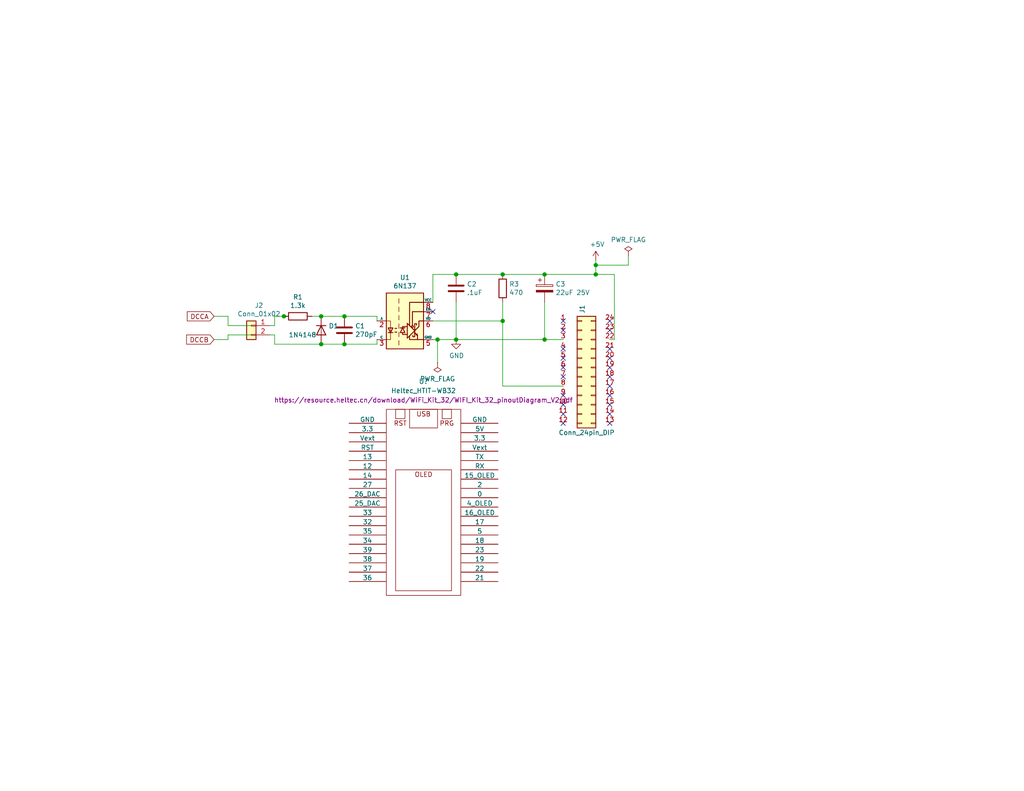
<source format=kicad_sch>
(kicad_sch (version 20211123) (generator eeschema)
  (paper "A")
  (lib_symbols
    (symbol "Connector_Generic:Conn_01x02" (pin_names (offset 1.016) hide)
      (property "Reference" "J" (at 0 2.54 0))
      (property "Value" "Conn_01x02" (at 0 -5.08 0))
      (symbol "Conn_01x02_1_1"
        (rectangle (start -1.27 -2.413) (end 0 -2.667) (stroke (width 0.1524)))
        (rectangle (start -1.27 0.127) (end 0 -0.127) (stroke (width 0.1524)))
        (rectangle (start -1.27 1.27) (end 1.27 -3.81) (stroke (width 0.254)) (fill (type background)))
        (pin passive line (at -5.08 0 0) (length 3.81) (name "Pin_1") (number "1"))
        (pin passive line (at -5.08 -2.54 0) (length 3.81) (name "Pin_2") (number "2"))
      )
    )
    (symbol "Device:C" (pin_numbers hide) (pin_names (offset 0.254))
      (property "Reference" "C" (at 0.635 2.54 0))
      (property "Value" "C" (at 0.635 -2.54 0))
      (symbol "C_0_1"
        (polyline (pts (xy -2.032 -0.762) (xy 2.032 -0.762)) (stroke (width 0.508)))
        (polyline (pts (xy -2.032 0.762) (xy 2.032 0.762)) (stroke (width 0.508)))
      )
      (symbol "C_1_1"
        (pin passive line (at 0 3.81 270) (length 2.794) (name "~") (number "1"))
        (pin passive line (at 0 -3.81 90) (length 2.794) (name "~") (number "2"))
      )
    )
    (symbol "Device:R" (pin_numbers hide) (pin_names (offset 0))
      (property "Reference" "R" (at 2.032 0 90))
      (property "Value" "R" (at 0 0 90))
      (symbol "R_0_1"
        (rectangle (start -1.016 -2.54) (end 1.016 2.54) (stroke (width 0.254)))
      )
      (symbol "R_1_1"
        (pin passive line (at 0 3.81 270) (length 1.27) (name "~") (number "1"))
        (pin passive line (at 0 -3.81 90) (length 1.27) (name "~") (number "2"))
      )
    )
    (symbol "Diode:1N4148" (pin_numbers hide) (pin_names (offset 1.016) hide)
      (property "Reference" "D" (at 0 2.54 0))
      (property "Value" "1N4148" (at 0 -2.54 0))
      (symbol "1N4148_0_1"
        (polyline (pts (xy -1.27 1.27) (xy -1.27 -1.27)) (stroke (width 0.254)))
        (polyline (pts (xy 1.27 0) (xy -1.27 0)))
        (polyline (pts (xy 1.27 1.27) (xy 1.27 -1.27) (xy -1.27 0) (xy 1.27 1.27)) (stroke (width 0.254)))
      )
      (symbol "1N4148_1_1"
        (pin passive line (at -3.81 0 0) (length 2.54) (name "K") (number "1"))
        (pin passive line (at 3.81 0 180) (length 2.54) (name "A") (number "2"))
      )
    )
    (symbol "Isolator:6N137" (pin_names (offset 0))
      (property "Reference" "U" (at -4.064 8.89 0))
      (property "Value" "6N137" (at 0 -8.89 0))
      (symbol "6N137_0_1"
        (polyline (pts (xy 2.667 -3.556) (xy 2.667 -1.651)) (stroke (width 0.254)))
        (polyline (pts (xy 2.667 -2.159) (xy 2.667 -2.921)) (stroke (width 0.254)))
        (polyline (pts (xy 3.429 -3.937) (xy 3.429 -5.08)) (stroke (width 0.254)))
        (polyline (pts (xy -0.635 -3.302) (xy -0.635 -3.683) (xy 0.635 -3.683)) (stroke (width 0.254)))
        (polyline (pts (xy -0.635 -1.905) (xy -0.635 -1.524) (xy 0.508 -1.524)) (stroke (width 0.254)))
        (polyline (pts (xy 1.27 -4.064) (xy 1.27 -5.08) (xy 5.08 -5.08)) (stroke (width 0.254)))
        (polyline (pts (xy 1.27 -1.27) (xy 1.27 5.08) (xy 5.08 5.08)) (stroke (width 0.254)))
        (polyline (pts (xy 2.032 -1.27) (xy 2.032 2.54) (xy 5.08 2.54)) (stroke (width 0.254)))
        (polyline (pts (xy -5.08 -5.08) (xy -3.937 -5.08) (xy -3.937 0) (xy -5.08 0)))
        (polyline (pts (xy 2.667 -3.302) (xy 2.667 -4.318) (xy 2.159 -4.318) (xy 2.159 -3.937)) (stroke (width 0.254)))
        (polyline (pts (xy 2.667 -2.667) (xy 0.635 -4.699) (xy 0.635 -0.635) (xy 2.667 -2.667)) (stroke (width 0.254)))
        (polyline (pts (xy 2.667 -1.778) (xy 2.667 -0.762) (xy 3.175 -0.762) (xy 3.175 -1.143)) (stroke (width 0.254)))
        (polyline (pts (xy 2.794 -2.54) (xy 3.81 -1.524) (xy 3.81 0) (xy 5.08 0)) (stroke (width 0.254)))
        (polyline (pts (xy 2.667 -3.175) (xy 3.429 -3.937) (xy 3.302 -3.556) (xy 3.048 -3.81) (xy 3.429 -3.937)) (stroke (width 0.254)))
        (circle (center 2.032 -1.524) (radius 0.254) (stroke (width 0.254)))
      )
      (symbol "6N137_1_1"
        (rectangle (start -5.08 7.62) (end 5.08 -7.62) (stroke (width 0.254)) (fill (type background)))
        (polyline (pts (xy -4.572 -3.175) (xy -3.302 -3.175)) (stroke (width 0.254)))
        (polyline (pts (xy -1.651 -5.334) (xy -1.651 -6.604)))
        (polyline (pts (xy -1.651 -3.048) (xy -1.651 -4.318)))
        (polyline (pts (xy -1.651 -0.762) (xy -1.651 -2.032)))
        (polyline (pts (xy -1.651 1.524) (xy -1.651 0.254)))
        (polyline (pts (xy -1.651 3.81) (xy -1.651 2.54)))
        (polyline (pts (xy -1.651 6.096) (xy -1.651 4.826)))
        (polyline (pts (xy -1.27 -1.905) (xy 0 -1.905)) (stroke (width 0.254)))
        (polyline (pts (xy -3.937 -3.175) (xy -4.572 -1.905) (xy -3.302 -1.905) (xy -3.937 -3.175)) (stroke (width 0.254)))
        (polyline (pts (xy -0.635 -1.905) (xy -1.27 -3.175) (xy 0 -3.175) (xy -0.635 -1.905)) (stroke (width 0.254)))
        (polyline (pts (xy -2.921 -3.048) (xy -2.159 -3.048) (xy -2.54 -3.175) (xy -2.54 -2.921) (xy -2.159 -3.048)) (stroke (width 0.127)))
        (polyline (pts (xy -2.921 -2.032) (xy -2.159 -2.032) (xy -2.54 -2.159) (xy -2.54 -1.905) (xy -2.159 -2.032)) (stroke (width 0.127)))
        (pin no_connect line (at -5.08 5.08 0) (length 2.54) hide (name "NC") (number "1"))
        (pin passive line (at -7.62 0 0) (length 2.54) (name "A") (number "2"))
        (pin passive line (at -7.62 -5.08 0) (length 2.54) (name "C") (number "3"))
        (pin power_in line (at 7.62 -5.08 180) (length 2.54) (name "GND") (number "5"))
        (pin open_collector line (at 7.62 0 180) (length 2.54) (name "VO") (number "6"))
        (pin input line (at 7.62 2.54 180) (length 2.54) (name "EN") (number "7"))
        (pin power_in line (at 7.62 5.08 180) (length 2.54) (name "VCC") (number "8"))
      )
    )
    (symbol "fnd_library:Conn_24pin_DIP" (pin_names (offset 1.016) hide)
      (property "Reference" "J" (at 1.27 15.24 0))
      (property "Value" "Conn_24pin_DIP" (at 1.27 -17.78 0))
      (symbol "Conn_24pin_DIP_1_1"
        (rectangle (start -1.27 -15.113) (end 0 -15.367) (stroke (width 0.1524)))
        (rectangle (start -1.27 -12.573) (end 0 -12.827) (stroke (width 0.1524)))
        (rectangle (start -1.27 -10.033) (end 0 -10.287) (stroke (width 0.1524)))
        (rectangle (start -1.27 -7.493) (end 0 -7.747) (stroke (width 0.1524)))
        (rectangle (start -1.27 -4.953) (end 0 -5.207) (stroke (width 0.1524)))
        (rectangle (start -1.27 -2.413) (end 0 -2.667) (stroke (width 0.1524)))
        (rectangle (start -1.27 0.127) (end 0 -0.127) (stroke (width 0.1524)))
        (rectangle (start -1.27 2.667) (end 0 2.413) (stroke (width 0.1524)))
        (rectangle (start -1.27 5.207) (end 0 4.953) (stroke (width 0.1524)))
        (rectangle (start -1.27 7.747) (end 0 7.493) (stroke (width 0.1524)))
        (rectangle (start -1.27 10.287) (end 0 10.033) (stroke (width 0.1524)))
        (rectangle (start -1.27 12.827) (end 0 12.573) (stroke (width 0.1524)))
        (rectangle (start -1.27 13.97) (end 3.81 -16.51) (stroke (width 0.254)) (fill (type background)))
        (rectangle (start 3.81 -15.113) (end 2.54 -15.367) (stroke (width 0.1524)))
        (rectangle (start 3.81 -12.573) (end 2.54 -12.827) (stroke (width 0.1524)))
        (rectangle (start 3.81 -10.033) (end 2.54 -10.287) (stroke (width 0.1524)))
        (rectangle (start 3.81 -7.493) (end 2.54 -7.747) (stroke (width 0.1524)))
        (rectangle (start 3.81 -4.953) (end 2.54 -5.207) (stroke (width 0.1524)))
        (rectangle (start 3.81 -2.413) (end 2.54 -2.667) (stroke (width 0.1524)))
        (rectangle (start 3.81 0.127) (end 2.54 -0.127) (stroke (width 0.1524)))
        (rectangle (start 3.81 2.667) (end 2.54 2.413) (stroke (width 0.1524)))
        (rectangle (start 3.81 5.207) (end 2.54 4.953) (stroke (width 0.1524)))
        (rectangle (start 3.81 7.747) (end 2.54 7.493) (stroke (width 0.1524)))
        (rectangle (start 3.81 10.287) (end 2.54 10.033) (stroke (width 0.1524)))
        (rectangle (start 3.81 12.827) (end 2.54 12.573) (stroke (width 0.1524)))
        (pin passive line (at -5.08 12.7 0) (length 0) (name "Pin_1") (number "1"))
        (pin passive line (at -5.08 -10.16 0) (length 0) (name "Pin_10") (number "10"))
        (pin passive line (at -5.08 -12.7 0) (length 0) (name "Pin_11") (number "11"))
        (pin passive line (at -5.08 -15.24 0) (length 0) (name "Pin_12") (number "12"))
        (pin passive line (at 7.62 -15.24 180) (length 0) (name "Pin_13") (number "13"))
        (pin passive line (at 7.62 -12.7 180) (length 0) (name "Pin_14") (number "14"))
        (pin passive line (at 7.62 -10.16 180) (length 0) (name "Pin_15") (number "15"))
        (pin passive line (at 7.62 -7.62 180) (length 0) (name "Pin_16") (number "16"))
        (pin passive line (at 7.62 -5.08 180) (length 0) (name "Pin_17") (number "17"))
        (pin passive line (at 7.62 -2.54 180) (length 0) (name "Pin_18") (number "18"))
        (pin passive line (at 7.62 0 180) (length 0) (name "Pin_19") (number "19"))
        (pin passive line (at -5.08 10.16 0) (length 0) (name "Pin_2") (number "2"))
        (pin passive line (at 7.62 2.54 180) (length 0) (name "Pin_20") (number "20"))
        (pin passive line (at 7.62 5.08 180) (length 0) (name "Pin_21") (number "21"))
        (pin passive line (at 7.62 7.62 180) (length 0) (name "Pin_22") (number "22"))
        (pin passive line (at 7.62 10.16 180) (length 0) (name "Pin_23") (number "23"))
        (pin passive line (at 7.62 12.7 180) (length 0) (name "Pin_24") (number "24"))
        (pin passive line (at -5.08 7.62 0) (length 0) (name "Pin_3") (number "3"))
        (pin passive line (at -5.08 5.08 0) (length 0) (name "Pin_4") (number "4"))
        (pin passive line (at -5.08 2.54 0) (length 0) (name "Pin_5") (number "5"))
        (pin passive line (at -5.08 0 0) (length 0) (name "Pin_6") (number "6"))
        (pin passive line (at -5.08 -2.54 0) (length 0) (name "Pin_7") (number "7"))
        (pin passive line (at -5.08 -5.08 0) (length 0) (name "Pin_8") (number "8"))
        (pin passive line (at -5.08 -7.62 0) (length 0) (name "Pin_9") (number "9"))
      )
    )
    (symbol "heltec_htit-wb32:Heltec_HTIT-WB32" (pin_numbers hide) (pin_names (offset 0))
      (property "Reference" "U" (at 0 0 0))
      (property "Value" "Heltec_HTIT-WB32" (at 0 -26.67 0))
      (property "Datasheet" "https://resource.heltec.cn/download/WiFi_Kit_32/WIFI_Kit_32_pinoutDiagram_V2.pdf" (at 0 0 0))
      (symbol "Heltec_HTIT-WB32_0_0"
        (rectangle (start -5.08 22.86) (end -7.62 25.4))
        (rectangle (start 3.81 25.4) (end -3.81 20.32))
        (rectangle (start 5.08 22.86) (end 7.62 25.4))
        (rectangle (start 7.62 -24.13) (end -7.62 8.89))
        (rectangle (start 10.16 -25.4) (end -10.16 25.4))
        (text "OLED" (at 0 7.62 0) (effects (font (size 1.27 1.27))))
        (text "PRG" (at 6.35 21.59 0) (effects (font (size 1.27 1.27))))
        (text "RST" (at -6.35 21.59 0) (effects (font (size 1.27 1.27))))
        (text "USB" (at 0 24.13 0) (effects (font (size 1.27 1.27))))
      )
      (symbol "Heltec_HTIT-WB32_1_1"
        (pin bidirectional line (at 20.32 1.27 180) (length 10.0076) (name "0") (number "0"))
        (pin bidirectional line (at 20.32 11.43 180) (length 10.0076) (name "TX") (number "1"))
        (pin power_out line (at 20.32 13.97 180) (length 10.0076) (name "Vext") (number "10"))
        (pin power_in line (at 20.32 16.51 180) (length 10.0076) (name "3.3") (number "11"))
        (pin bidirectional line (at -20.32 8.89 0) (length 10.0076) (name "12") (number "12"))
        (pin bidirectional line (at -20.32 11.43 0) (length 10.0076) (name "13") (number "13"))
        (pin bidirectional line (at -20.32 6.35 0) (length 10.0076) (name "14") (number "14"))
        (pin bidirectional line (at 20.32 6.35 180) (length 10.0076) (name "15_OLED") (number "15"))
        (pin bidirectional line (at 20.32 -3.81 180) (length 10.0076) (name "16_OLED") (number "16"))
        (pin bidirectional line (at 20.32 -6.35 180) (length 10.0076) (name "17") (number "17"))
        (pin bidirectional line (at 20.32 -11.43 180) (length 10.0076) (name "18") (number "18"))
        (pin bidirectional line (at 20.32 -16.51 180) (length 10.0076) (name "19") (number "19"))
        (pin bidirectional line (at 20.32 3.81 180) (length 10.0076) (name "2") (number "2"))
        (pin power_in line (at 20.32 19.05 180) (length 10.0076) (name "5V") (number "20"))
        (pin bidirectional line (at 20.32 -21.59 180) (length 10.0076) (name "21") (number "21"))
        (pin bidirectional line (at 20.32 -19.05 180) (length 10.0076) (name "22") (number "22"))
        (pin bidirectional line (at 20.32 -13.97 180) (length 10.0076) (name "23") (number "23"))
        (pin bidirectional line (at -20.32 -1.27 0) (length 10.0076) (name "25_DAC") (number "25"))
        (pin bidirectional line (at -20.32 1.27 0) (length 10.0076) (name "26_DAC") (number "26"))
        (pin bidirectional line (at -20.32 3.81 0) (length 10.0076) (name "27") (number "27"))
        (pin power_in line (at 20.32 21.59 180) (length 10.0076) (name "GND") (number "28"))
        (pin bidirectional line (at 20.32 8.89 180) (length 10.0076) (name "RX") (number "3"))
        (pin input line (at -20.32 -6.35 0) (length 10.0076) (name "32") (number "32"))
        (pin input line (at -20.32 -3.81 0) (length 10.0076) (name "33") (number "33"))
        (pin input line (at -20.32 -11.43 0) (length 10.0076) (name "34") (number "34"))
        (pin input line (at -20.32 -8.89 0) (length 10.0076) (name "35") (number "35"))
        (pin input line (at -20.32 -21.59 0) (length 10.0076) (name "36") (number "36"))
        (pin input line (at -20.32 -19.05 0) (length 10.0076) (name "37") (number "37"))
        (pin input line (at -20.32 -16.51 0) (length 10.0076) (name "38") (number "38"))
        (pin input line (at -20.32 -13.97 0) (length 10.0076) (name "39") (number "39"))
        (pin bidirectional line (at 20.32 -1.27 180) (length 10.0076) (name "4_OLED") (number "4"))
        (pin bidirectional line (at 20.32 -8.89 180) (length 10.0076) (name "5") (number "5"))
        (pin input line (at -20.32 13.97 0) (length 10.0076) (name "RST") (number "6"))
        (pin power_out line (at -20.32 16.51 0) (length 10.0076) (name "Vext") (number "7"))
        (pin power_in line (at -20.32 21.59 0) (length 10.0076) (name "GND") (number "8"))
        (pin power_in line (at -20.32 19.05 0) (length 10.0076) (name "3.3") (number "9"))
      )
    )
    (symbol "optoiso-rescue:CP-Device" (pin_numbers hide) (pin_names (offset 0.254))
      (property "Reference" "C" (at 0.635 2.54 0))
      (property "Value" "CP-Device" (at 0.635 -2.54 0))
      (symbol "CP-Device_0_1"
        (rectangle (start -2.286 0.508) (end 2.286 1.016))
        (polyline (pts (xy -1.778 2.286) (xy -0.762 2.286)))
        (polyline (pts (xy -1.27 2.794) (xy -1.27 1.778)))
        (rectangle (start 2.286 -0.508) (end -2.286 -1.016) (fill (type outline)))
      )
      (symbol "CP-Device_1_1"
        (pin passive line (at 0 3.81 270) (length 2.794) (name "~") (number "1"))
        (pin passive line (at 0 -3.81 90) (length 2.794) (name "~") (number "2"))
      )
    )
    (symbol "power:+5V" (power) (pin_names (offset 0))
      (property "Value" "+5V" (at 0 3.556 0))
      (symbol "+5V_0_1"
        (polyline (pts (xy -0.762 1.27) (xy 0 2.54)))
        (polyline (pts (xy 0 0) (xy 0 2.54)))
        (polyline (pts (xy 0 2.54) (xy 0.762 1.27)))
      )
      (symbol "+5V_1_1"
        (pin power_in line (at 0 0 90) (length 0) hide (name "+5V") (number "1"))
      )
    )
    (symbol "power:GND" (power) (pin_names (offset 0))
      (property "Value" "GND" (at 0 -3.81 0))
      (symbol "GND_0_1"
        (polyline (pts (xy 0 0) (xy 0 -1.27) (xy 1.27 -1.27) (xy 0 -2.54) (xy -1.27 -1.27) (xy 0 -1.27)))
      )
      (symbol "GND_1_1"
        (pin power_in line (at 0 0 270) (length 0) hide (name "GND") (number "1"))
      )
    )
    (symbol "power:PWR_FLAG" (power) (pin_numbers hide) (pin_names (offset 0) hide)
      (property "Value" "PWR_FLAG" (at 0 3.81 0))
      (symbol "PWR_FLAG_0_0"
        (pin power_out line (at 0 0 90) (length 0) (name "pwr") (number "1"))
      )
      (symbol "PWR_FLAG_0_1"
        (polyline (pts (xy 0 0) (xy 0 1.27) (xy -1.016 1.905) (xy 0 2.54) (xy 1.016 1.905) (xy 0 1.27)))
      )
    )
  )
  (junction (at 93.98 86.36) (diameter 1.016))
  (junction (at 137.16 74.93) (diameter 1.016))
  (junction (at 119.38 92.71) (diameter 1.016))
  (junction (at 93.98 93.98) (diameter 1.016))
  (junction (at 148.59 92.71) (diameter 1.016))
  (junction (at 87.63 93.98) (diameter 1.016))
  (junction (at 162.56 72.39) (diameter 1.016))
  (junction (at 87.63 86.36) (diameter 1.016))
  (junction (at 124.46 74.93) (diameter 1.016))
  (junction (at 124.46 92.71) (diameter 1.016))
  (junction (at 137.16 87.63) (diameter 1.016))
  (junction (at 77.47 86.36) (diameter 1.016))
  (junction (at 162.56 74.93) (diameter 1.016))
  (junction (at 148.59 74.93) (diameter 1.016))
  (no_connect (at 153.67 115.57))
  (no_connect (at 153.67 107.95))
  (no_connect (at 166.37 107.95))
  (no_connect (at 118.11 85.09))
  (no_connect (at 166.37 113.03))
  (no_connect (at 153.67 102.87))
  (no_connect (at 153.67 95.25))
  (no_connect (at 166.37 102.87))
  (no_connect (at 153.67 97.79))
  (no_connect (at 166.37 95.25))
  (no_connect (at 153.67 90.17))
  (no_connect (at 166.37 90.17))
  (no_connect (at 153.67 113.03))
  (no_connect (at 166.37 100.33))
  (no_connect (at 166.37 110.49))
  (no_connect (at 153.67 100.33))
  (no_connect (at 166.37 115.57))
  (no_connect (at 153.67 110.49))
  (no_connect (at 166.37 105.41))
  (no_connect (at 166.37 87.63))
  (no_connect (at 153.67 87.63))
  (no_connect (at 166.37 97.79))
  (wire (pts (xy 162.56 71.12) (xy 162.56 72.39)))
  (wire (pts (xy 87.63 86.36) (xy 93.98 86.36)))
  (wire (pts (xy 148.59 74.93) (xy 162.56 74.93)))
  (wire (pts (xy 74.93 86.36) (xy 77.47 86.36)))
  (wire (pts (xy 137.16 74.93) (xy 148.59 74.93)))
  (wire (pts (xy 124.46 92.71) (xy 148.59 92.71)))
  (wire (pts (xy 62.23 91.44) (xy 68.58 91.44)))
  (wire (pts (xy 85.09 86.36) (xy 87.63 86.36)))
  (wire (pts (xy 74.93 93.98) (xy 87.63 93.98)))
  (wire (pts (xy 137.16 105.41) (xy 153.67 105.41)))
  (wire (pts (xy 74.93 91.44) (xy 73.66 91.44)))
  (wire (pts (xy 167.64 92.71) (xy 166.37 92.71)))
  (wire (pts (xy 58.42 92.71) (xy 62.23 92.71)))
  (wire (pts (xy 87.63 93.98) (xy 93.98 93.98)))
  (wire (pts (xy 62.23 88.9) (xy 68.58 88.9)))
  (wire (pts (xy 137.16 105.41) (xy 137.16 87.63)))
  (wire (pts (xy 148.59 92.71) (xy 153.67 92.71)))
  (wire (pts (xy 137.16 87.63) (xy 137.16 82.55)))
  (wire (pts (xy 73.66 88.9) (xy 74.93 88.9)))
  (wire (pts (xy 74.93 88.9) (xy 74.93 86.36)))
  (wire (pts (xy 102.87 86.36) (xy 102.87 87.63)))
  (wire (pts (xy 171.45 69.85) (xy 171.45 72.39)))
  (wire (pts (xy 148.59 92.71) (xy 148.59 82.55)))
  (wire (pts (xy 93.98 86.36) (xy 102.87 86.36)))
  (wire (pts (xy 93.98 93.98) (xy 102.87 93.98)))
  (wire (pts (xy 118.11 92.71) (xy 119.38 92.71)))
  (wire (pts (xy 62.23 92.71) (xy 62.23 91.44)))
  (wire (pts (xy 118.11 74.93) (xy 118.11 82.55)))
  (wire (pts (xy 119.38 99.06) (xy 119.38 92.71)))
  (wire (pts (xy 102.87 93.98) (xy 102.87 92.71)))
  (wire (pts (xy 58.42 86.36) (xy 62.23 86.36)))
  (wire (pts (xy 167.64 74.93) (xy 167.64 92.71)))
  (wire (pts (xy 118.11 74.93) (xy 124.46 74.93)))
  (wire (pts (xy 118.11 87.63) (xy 137.16 87.63)))
  (wire (pts (xy 171.45 72.39) (xy 162.56 72.39)))
  (wire (pts (xy 62.23 86.36) (xy 62.23 88.9)))
  (wire (pts (xy 124.46 82.55) (xy 124.46 92.71)))
  (wire (pts (xy 162.56 72.39) (xy 162.56 74.93)))
  (wire (pts (xy 124.46 74.93) (xy 137.16 74.93)))
  (wire (pts (xy 74.93 93.98) (xy 74.93 91.44)))
  (wire (pts (xy 162.56 74.93) (xy 167.64 74.93)))
  (wire (pts (xy 119.38 92.71) (xy 124.46 92.71)))
  (wire (pts (xy 77.47 86.36) (xy 78.74 86.36)))
  (global_label "DCCA" (shape input) (at 58.42 86.36 180) (property "Intersheet References" "${INTERSHEET_REFS}" (effects hide)))
  (global_label "DCCB" (shape input) (at 58.42 92.71 180) (property "Intersheet References" "${INTERSHEET_REFS}" (effects hide)))
  (symbol (lib_id "Isolator:6N137") (at 110.49 87.63 0) (unit 1)
    (property "Reference" "U1" (at 110.49 75.7682 0))
    (property "Value" "6N137" (at 110.49 78.0796 0))
    (property "Footprint" "Package_DIP:DIP-8_W7.62mm" (effects hide))
    (property "Datasheet" "https://docs.broadcom.com/docs/AV02-0940EN" (effects hide))
  )
  (symbol (lib_id "Device:C") (at 93.98 90.17 0) (unit 1)
    (property "Reference" "C1" (at 96.901 89.0016 0) (effects (justify left)))
    (property "Value" "270pF" (at 96.901 91.313 0) (effects (justify left)))
    (property "Footprint" "Capacitor_THT:CP_Radial_D8.0mm_P5.00mm" (effects hide))
  )
  (symbol (lib_id "Device:R") (at 81.28 86.36 270) (unit 1)
    (property "Reference" "R1" (at 81.28 81.1022 90))
    (property "Value" "1.3k" (at 81.28 83.4136 90))
    (property "Footprint" "Resistor_THT:R_Axial_DIN0204_L3.6mm_D1.6mm_P1.90mm_Vertical" (effects hide))
  )
  (symbol (lib_id "Diode:1N4148") (at 87.63 90.17 270) (unit 1)
    (property "Reference" "D1" (at 89.662 89.0016 90) (effects (justify left)))
    (property "Value" "1N4148" (at 78.74 91.44 90) (effects (justify left)))
    (property "Footprint" "Diode_THT:D_DO-35_SOD27_P7.62mm_Horizontal" (effects hide))
    (property "Datasheet" "https://assets.nexperia.com/documents/data-sheet/1N4148_1N4448.pdf" (effects hide))
  )
  (symbol (lib_id "Device:R") (at 137.16 78.74 0) (unit 1)
    (property "Reference" "R3" (at 138.938 77.5716 0) (effects (justify left)))
    (property "Value" "470" (at 138.938 79.883 0) (effects (justify left)))
    (property "Footprint" "Resistor_THT:R_Axial_DIN0204_L3.6mm_D1.6mm_P1.90mm_Vertical" (effects hide))
  )
  (symbol (lib_id "optoiso-rescue:CP-Device") (at 148.59 78.74 0) (unit 1)
    (property "Reference" "C3" (at 151.5872 77.5716 0) (effects (justify left)))
    (property "Value" "22uF 25V" (at 151.5872 79.883 0) (effects (justify left)))
    (property "Footprint" "Capacitor_THT:CP_Radial_D5.0mm_P2.00mm" (effects hide))
  )
  (symbol (lib_id "Device:C") (at 124.46 78.74 0) (unit 1)
    (property "Reference" "C2" (at 127.381 77.5716 0) (effects (justify left)))
    (property "Value" ".1uF" (at 127.381 79.883 0) (effects (justify left)))
    (property "Footprint" "Capacitor_THT:C_Disc_D3.0mm_W1.6mm_P2.50mm" (effects hide))
  )
  (symbol (lib_id "fnd_library:Conn_24pin_DIP") (at 158.75 100.33 0) (unit 1)
    (property "Reference" "J1" (at 158.8516 85.598 90) (effects (justify left)))
    (property "Value" "Conn_24pin_DIP" (at 152.4 118.11 0) (effects (justify left)))
    (property "Footprint" "Package_DIP:DIP-24_W15.24mm_Socket" (effects hide))
  )
  (symbol (lib_id "power:GND") (at 124.46 92.71 0) (unit 1)
    (property "Reference" "#PWR0101" (effects hide))
    (property "Value" "GND" (at 124.587 97.1042 0))
  )
  (symbol (lib_id "power:+5V") (at 162.56 71.12 0) (unit 1)
    (property "Reference" "#PWR0102" (effects hide))
    (property "Value" "+5V" (at 162.941 66.7258 0))
  )
  (symbol (lib_id "power:PWR_FLAG") (at 171.45 69.85 0) (unit 1)
    (property "Reference" "#FLG0101" (effects hide))
    (property "Value" "PWR_FLAG" (at 171.45 65.4558 0))
  )
  (symbol (lib_id "power:PWR_FLAG") (at 119.38 99.06 180) (unit 1)
    (property "Reference" "#FLG0102" (effects hide))
    (property "Value" "PWR_FLAG" (at 119.38 103.4542 0))
  )
  (symbol (lib_id "Connector_Generic:Conn_01x02") (at 68.58 88.9 0) (mirror y) (unit 1)
    (property "Reference" "J2" (at 70.6628 83.3882 0))
    (property "Value" "Conn_01x02" (at 70.6628 85.6996 0))
    (property "Footprint" "Connector_PinHeader_2.54mm:PinHeader_1x02_P2.54mm_Vertical" (effects hide))
  )
  (symbol (lib_id "heltec_htit-wb32:Heltec_HTIT-WB32") (at 115.57 137.16 0) (unit 1)
    (property "Reference" "U?" (at 115.57 104.14 0))
    (property "Value" "Heltec_HTIT-WB32" (at 115.57 106.68 0))
    (property "Datasheet" "https://resource.heltec.cn/download/WiFi_Kit_32/WIFI_Kit_32_pinoutDiagram_V2.pdf" (at 115.57 109.22 0))
  )
)
</source>
